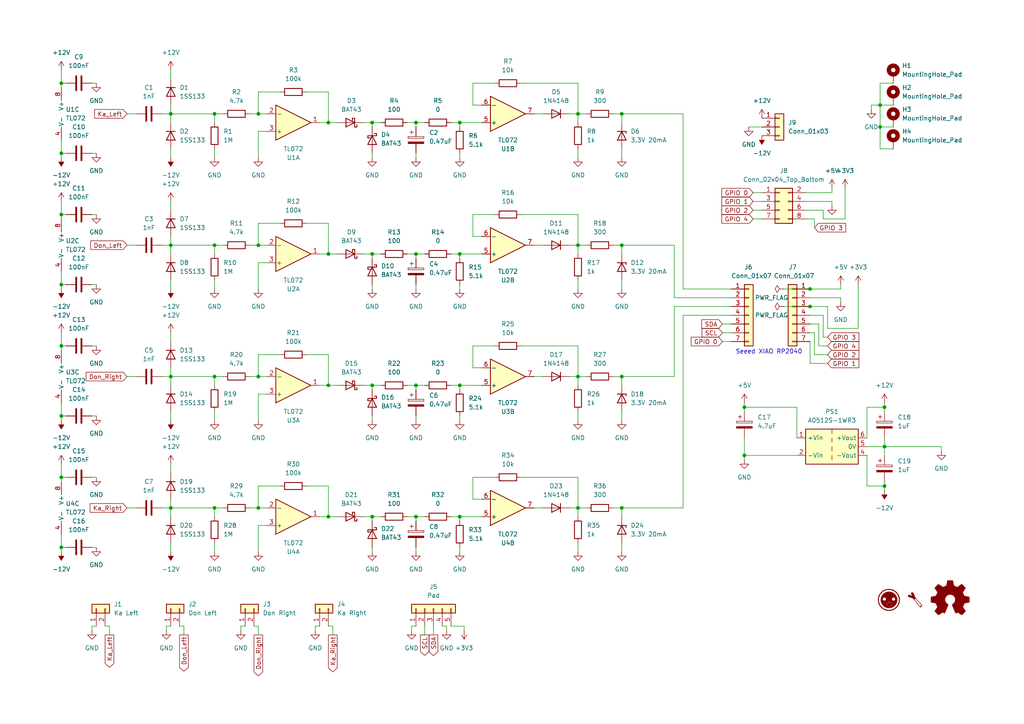
<source format=kicad_sch>
(kicad_sch (version 20230409) (generator eeschema)
  (paper "A4")
  (title_block (title "DonCon2040") (date "2023-07-16") (rev "3") (company "ravinrabbid"))
  (junction (at 120.65 35.56))
  (junction (at 133.35 35.56))
  (junction (at 234.95 83.82))
  (junction (at 17.78 100.33))
  (junction (at 255.27 36.83))
  (junction (at 17.78 138.43))
  (junction (at 62.23 71.12))
  (junction (at 256.54 140.97))
  (junction (at 180.34 147.32))
  (junction (at 95.25 35.56))
  (junction (at 49.53 109.22))
  (junction (at 17.78 62.23))
  (junction (at 120.65 111.76))
  (junction (at 17.78 44.45))
  (junction (at 74.93 109.22))
  (junction (at 234.95 88.9))
  (junction (at 167.64 147.32))
  (junction (at 95.25 73.66))
  (junction (at 107.95 149.86))
  (junction (at 74.93 71.12))
  (junction (at 180.34 109.22))
  (junction (at 49.53 147.32))
  (junction (at 107.95 35.56))
  (junction (at 133.35 111.76))
  (junction (at 74.93 33.02))
  (junction (at 62.23 147.32))
  (junction (at 215.9 132.08))
  (junction (at 107.95 111.76))
  (junction (at 180.34 71.12))
  (junction (at 167.64 71.12))
  (junction (at 62.23 33.02))
  (junction (at 133.35 149.86))
  (junction (at 120.65 149.86))
  (junction (at 167.64 33.02))
  (junction (at 62.23 109.22))
  (junction (at 74.93 147.32))
  (junction (at 256.54 129.54))
  (junction (at 133.35 73.66))
  (junction (at 17.78 24.13))
  (junction (at 49.53 33.02))
  (junction (at 215.9 118.11))
  (junction (at 95.25 111.76))
  (junction (at 17.78 158.75))
  (junction (at 17.78 120.65))
  (junction (at 120.65 73.66))
  (junction (at 255.27 30.48))
  (junction (at 167.64 109.22))
  (junction (at 107.95 73.66))
  (junction (at 95.25 149.86))
  (junction (at 180.34 33.02))
  (junction (at 17.78 82.55))
  (junction (at 256.54 118.11))
  (junction (at 49.53 71.12))
  (wire (pts (xy 107.95 35.56) (xy 110.49 35.56)))
  (wire (pts (xy 251.46 129.54) (xy 256.54 129.54)))
  (wire (pts (xy 92.71 73.66) (xy 95.25 73.66)))
  (wire (pts (xy 151.13 24.13) (xy 167.64 24.13)))
  (wire (pts (xy 69.85 181.61) (xy 71.12 181.61)))
  (wire (pts (xy 234.95 93.98) (xy 237.49 93.98)))
  (wire (pts (xy 227.33 88.9) (xy 234.95 88.9)))
  (wire (pts (xy 49.53 71.12) (xy 49.53 73.66)))
  (wire (pts (xy 240.03 95.25) (xy 248.92 95.25)))
  (wire (pts (xy 26.67 82.55) (xy 27.94 82.55)))
  (wire (pts (xy 17.78 100.33) (xy 17.78 101.6)))
  (wire (pts (xy 167.64 109.22) (xy 165.1 109.22)))
  (wire (pts (xy 81.28 26.67) (xy 74.93 26.67)))
  (wire (pts (xy 49.53 147.32) (xy 62.23 147.32)))
  (wire (pts (xy 167.64 33.02) (xy 165.1 33.02)))
  (wire (pts (xy 180.34 119.38) (xy 180.34 121.92)))
  (wire (pts (xy 46.99 33.02) (xy 49.53 33.02)))
  (wire (pts (xy 107.95 111.76) (xy 110.49 111.76)))
  (wire (pts (xy 95.25 102.87) (xy 88.9 102.87)))
  (wire (pts (xy 26.67 24.13) (xy 27.94 24.13)))
  (wire (pts (xy 120.65 35.56) (xy 123.19 35.56)))
  (wire (pts (xy 234.95 99.06) (xy 234.95 105.41)))
  (wire (pts (xy 167.64 33.02) (xy 170.18 33.02)))
  (wire (pts (xy 233.68 58.42) (xy 241.3 58.42)))
  (wire (pts (xy 72.39 147.32) (xy 74.93 147.32)))
  (wire (pts (xy 17.78 138.43) (xy 19.05 138.43)))
  (wire (pts (xy 17.78 96.52) (xy 17.78 100.33)))
  (wire (pts (xy 233.68 55.88) (xy 241.3 55.88)))
  (wire (pts (xy 198.12 83.82) (xy 212.09 83.82)))
  (wire (pts (xy 49.53 147.32) (xy 49.53 149.86)))
  (wire (pts (xy 95.25 140.97) (xy 88.9 140.97)))
  (wire (pts (xy 256.54 118.11) (xy 256.54 119.38)))
  (wire (pts (xy 74.93 76.2) (xy 74.93 83.82)))
  (wire (pts (xy 198.12 33.02) (xy 198.12 83.82)))
  (wire (pts (xy 49.53 109.22) (xy 49.53 111.76)))
  (wire (pts (xy 36.83 109.22) (xy 39.37 109.22)))
  (wire (pts (xy 120.65 82.55) (xy 120.65 83.82)))
  (wire (pts (xy 167.64 147.32) (xy 165.1 147.32)))
  (wire (pts (xy 74.93 114.3) (xy 77.47 114.3)))
  (wire (pts (xy 107.95 73.66) (xy 110.49 73.66)))
  (wire (pts (xy 167.64 100.33) (xy 167.64 109.22)))
  (wire (pts (xy 251.46 132.08) (xy 251.46 140.97)))
  (wire (pts (xy 251.46 118.11) (xy 256.54 118.11)))
  (wire (pts (xy 26.67 158.75) (xy 27.94 158.75)))
  (wire (pts (xy 256.54 129.54) (xy 273.05 129.54)))
  (wire (pts (xy 195.58 71.12) (xy 195.58 86.36)))
  (wire (pts (xy 215.9 116.84) (xy 215.9 118.11)))
  (wire (pts (xy 120.65 35.56) (xy 120.65 36.83)))
  (wire (pts (xy 49.53 119.38) (xy 49.53 121.92)))
  (wire (pts (xy 72.39 33.02) (xy 74.93 33.02)))
  (wire (pts (xy 17.78 154.94) (xy 17.78 158.75)))
  (wire (pts (xy 133.35 149.86) (xy 133.35 151.13)))
  (wire (pts (xy 215.9 118.11) (xy 231.14 118.11)))
  (wire (pts (xy 62.23 71.12) (xy 62.23 73.66)))
  (wire (pts (xy 107.95 158.75) (xy 107.95 160.02)))
  (wire (pts (xy 137.16 100.33) (xy 137.16 106.68)))
  (wire (pts (xy 123.19 181.61) (xy 123.19 184.15)))
  (wire (pts (xy 26.67 182.88) (xy 26.67 181.61)))
  (wire (pts (xy 227.33 83.82) (xy 234.95 83.82)))
  (wire (pts (xy 95.25 35.56) (xy 97.79 35.56)))
  (wire (pts (xy 195.58 109.22) (xy 195.58 88.9)))
  (wire (pts (xy 74.93 64.77) (xy 74.93 71.12)))
  (wire (pts (xy 241.3 54.61) (xy 241.3 55.88)))
  (wire (pts (xy 74.93 76.2) (xy 77.47 76.2)))
  (wire (pts (xy 273.05 129.54) (xy 273.05 130.81)))
  (wire (pts (xy 120.65 149.86) (xy 123.19 149.86)))
  (wire (pts (xy 180.34 81.28) (xy 180.34 83.82)))
  (wire (pts (xy 48.26 181.61) (xy 49.53 181.61)))
  (wire (pts (xy 167.64 71.12) (xy 167.64 73.66)))
  (wire (pts (xy 95.25 73.66) (xy 95.25 64.77)))
  (wire (pts (xy 180.34 147.32) (xy 198.12 147.32)))
  (wire (pts (xy 167.64 138.43) (xy 167.64 147.32)))
  (wire (pts (xy 48.26 182.88) (xy 48.26 181.61)))
  (wire (pts (xy 215.9 132.08) (xy 231.14 132.08)))
  (wire (pts (xy 133.35 73.66) (xy 139.7 73.66)))
  (wire (pts (xy 81.28 102.87) (xy 74.93 102.87)))
  (wire (pts (xy 137.16 30.48) (xy 139.7 30.48)))
  (wire (pts (xy 74.93 184.15) (xy 74.93 181.61)))
  (wire (pts (xy 53.34 181.61) (xy 52.07 181.61)))
  (wire (pts (xy 120.65 73.66) (xy 123.19 73.66)))
  (wire (pts (xy 234.95 96.52) (xy 236.22 96.52)))
  (wire (pts (xy 17.78 100.33) (xy 19.05 100.33)))
  (wire (pts (xy 49.53 134.62) (xy 49.53 137.16)))
  (wire (pts (xy 133.35 35.56) (xy 133.35 36.83)))
  (wire (pts (xy 154.94 147.32) (xy 157.48 147.32)))
  (wire (pts (xy 74.93 38.1) (xy 74.93 45.72)))
  (wire (pts (xy 195.58 86.36) (xy 212.09 86.36)))
  (wire (pts (xy 17.78 116.84) (xy 17.78 120.65)))
  (wire (pts (xy 133.35 149.86) (xy 139.7 149.86)))
  (wire (pts (xy 62.23 43.18) (xy 62.23 45.72)))
  (wire (pts (xy 215.9 127) (xy 215.9 132.08)))
  (wire (pts (xy 177.8 33.02) (xy 180.34 33.02)))
  (wire (pts (xy 137.16 106.68) (xy 139.7 106.68)))
  (wire (pts (xy 134.62 181.61) (xy 130.81 181.61)))
  (wire (pts (xy 91.44 181.61) (xy 92.71 181.61)))
  (wire (pts (xy 120.65 73.66) (xy 120.65 74.93)))
  (wire (pts (xy 17.78 20.32) (xy 17.78 24.13)))
  (wire (pts (xy 234.95 105.41) (xy 240.03 105.41)))
  (wire (pts (xy 255.27 36.83) (xy 255.27 43.18)))
  (wire (pts (xy 133.35 111.76) (xy 133.35 113.03)))
  (wire (pts (xy 49.53 33.02) (xy 49.53 35.56)))
  (wire (pts (xy 133.35 73.66) (xy 133.35 74.93)))
  (wire (pts (xy 36.83 71.12) (xy 39.37 71.12)))
  (wire (pts (xy 74.93 38.1) (xy 77.47 38.1)))
  (wire (pts (xy 130.81 35.56) (xy 133.35 35.56)))
  (wire (pts (xy 74.93 140.97) (xy 74.93 147.32)))
  (wire (pts (xy 143.51 138.43) (xy 137.16 138.43)))
  (wire (pts (xy 69.85 182.88) (xy 69.85 181.61)))
  (wire (pts (xy 252.73 30.48) (xy 252.73 31.75)))
  (wire (pts (xy 105.41 149.86) (xy 107.95 149.86)))
  (wire (pts (xy 167.64 119.38) (xy 167.64 121.92)))
  (wire (pts (xy 95.25 111.76) (xy 97.79 111.76)))
  (wire (pts (xy 120.65 44.45) (xy 120.65 45.72)))
  (wire (pts (xy 72.39 109.22) (xy 74.93 109.22)))
  (wire (pts (xy 17.78 40.64) (xy 17.78 44.45)))
  (wire (pts (xy 180.34 157.48) (xy 180.34 160.02)))
  (wire (pts (xy 151.13 138.43) (xy 167.64 138.43)))
  (wire (pts (xy 26.67 181.61) (xy 27.94 181.61)))
  (wire (pts (xy 245.11 63.5) (xy 245.11 54.61)))
  (wire (pts (xy 62.23 109.22) (xy 62.23 111.76)))
  (wire (pts (xy 17.78 44.45) (xy 19.05 44.45)))
  (wire (pts (xy 238.76 60.96) (xy 238.76 63.5)))
  (wire (pts (xy 17.78 138.43) (xy 17.78 139.7)))
  (wire (pts (xy 49.53 68.58) (xy 49.53 71.12)))
  (wire (pts (xy 95.25 26.67) (xy 88.9 26.67)))
  (wire (pts (xy 218.44 55.88) (xy 220.98 55.88)))
  (wire (pts (xy 26.67 138.43) (xy 27.94 138.43)))
  (wire (pts (xy 231.14 118.11) (xy 231.14 127)))
  (wire (pts (xy 137.16 62.23) (xy 137.16 68.58)))
  (wire (pts (xy 167.64 109.22) (xy 167.64 111.76)))
  (wire (pts (xy 107.95 73.66) (xy 107.95 74.93)))
  (wire (pts (xy 177.8 147.32) (xy 180.34 147.32)))
  (wire (pts (xy 240.03 88.9) (xy 240.03 95.25)))
  (wire (pts (xy 218.44 63.5) (xy 220.98 63.5)))
  (wire (pts (xy 180.34 147.32) (xy 180.34 149.86)))
  (wire (pts (xy 81.28 64.77) (xy 74.93 64.77)))
  (wire (pts (xy 26.67 100.33) (xy 27.94 100.33)))
  (wire (pts (xy 251.46 127) (xy 251.46 118.11)))
  (wire (pts (xy 36.83 147.32) (xy 39.37 147.32)))
  (wire (pts (xy 134.62 181.61) (xy 134.62 182.88)))
  (wire (pts (xy 233.68 60.96) (xy 238.76 60.96)))
  (wire (pts (xy 233.68 63.5) (xy 236.22 63.5)))
  (wire (pts (xy 74.93 33.02) (xy 77.47 33.02)))
  (wire (pts (xy 74.93 102.87) (xy 74.93 109.22)))
  (wire (pts (xy 107.95 149.86) (xy 107.95 151.13)))
  (wire (pts (xy 137.16 138.43) (xy 137.16 144.78)))
  (wire (pts (xy 133.35 35.56) (xy 139.7 35.56)))
  (wire (pts (xy 107.95 82.55) (xy 107.95 83.82)))
  (wire (pts (xy 95.25 149.86) (xy 95.25 140.97)))
  (wire (pts (xy 49.53 144.78) (xy 49.53 147.32)))
  (wire (pts (xy 36.83 33.02) (xy 39.37 33.02)))
  (wire (pts (xy 62.23 157.48) (xy 62.23 160.02)))
  (wire (pts (xy 81.28 140.97) (xy 74.93 140.97)))
  (wire (pts (xy 167.64 157.48) (xy 167.64 160.02)))
  (wire (pts (xy 62.23 33.02) (xy 49.53 33.02)))
  (wire (pts (xy 49.53 58.42) (xy 49.53 60.96)))
  (wire (pts (xy 128.27 181.61) (xy 129.54 181.61)))
  (wire (pts (xy 107.95 111.76) (xy 107.95 113.03)))
  (wire (pts (xy 238.76 97.79) (xy 240.03 97.79)))
  (wire (pts (xy 236.22 102.87) (xy 240.03 102.87)))
  (wire (pts (xy 180.34 43.18) (xy 180.34 45.72)))
  (wire (pts (xy 237.49 93.98) (xy 237.49 100.33)))
  (wire (pts (xy 238.76 63.5) (xy 245.11 63.5)))
  (wire (pts (xy 129.54 181.61) (xy 129.54 182.88)))
  (wire (pts (xy 167.64 24.13) (xy 167.64 33.02)))
  (wire (pts (xy 17.78 158.75) (xy 17.78 160.02)))
  (wire (pts (xy 255.27 43.18) (xy 259.08 43.18)))
  (wire (pts (xy 234.95 86.36) (xy 243.84 86.36)))
  (wire (pts (xy 49.53 81.28) (xy 49.53 83.82)))
  (wire (pts (xy 17.78 134.62) (xy 17.78 138.43)))
  (wire (pts (xy 46.99 147.32) (xy 49.53 147.32)))
  (wire (pts (xy 151.13 100.33) (xy 167.64 100.33)))
  (wire (pts (xy 64.77 109.22) (xy 62.23 109.22)))
  (wire (pts (xy 62.23 109.22) (xy 49.53 109.22)))
  (wire (pts (xy 133.35 82.55) (xy 133.35 83.82)))
  (wire (pts (xy 31.75 181.61) (xy 30.48 181.61)))
  (wire (pts (xy 74.93 114.3) (xy 74.93 121.92)))
  (wire (pts (xy 17.78 78.74) (xy 17.78 82.55)))
  (wire (pts (xy 96.52 184.15) (xy 96.52 181.61)))
  (wire (pts (xy 118.11 35.56) (xy 120.65 35.56)))
  (wire (pts (xy 130.81 149.86) (xy 133.35 149.86)))
  (wire (pts (xy 107.95 120.65) (xy 107.95 121.92)))
  (wire (pts (xy 256.54 129.54) (xy 256.54 132.08)))
  (wire (pts (xy 236.22 63.5) (xy 236.22 66.04)))
  (wire (pts (xy 237.49 100.33) (xy 240.03 100.33)))
  (wire (pts (xy 118.11 111.76) (xy 120.65 111.76)))
  (wire (pts (xy 105.41 111.76) (xy 107.95 111.76)))
  (wire (pts (xy 107.95 149.86) (xy 110.49 149.86)))
  (wire (pts (xy 26.67 62.23) (xy 27.94 62.23)))
  (wire (pts (xy 167.64 81.28) (xy 167.64 83.82)))
  (wire (pts (xy 133.35 158.75) (xy 133.35 160.02)))
  (wire (pts (xy 248.92 95.25) (xy 248.92 82.55)))
  (wire (pts (xy 92.71 111.76) (xy 95.25 111.76)))
  (wire (pts (xy 26.67 120.65) (xy 27.94 120.65)))
  (wire (pts (xy 17.78 62.23) (xy 19.05 62.23)))
  (wire (pts (xy 120.65 111.76) (xy 120.65 113.03)))
  (wire (pts (xy 49.53 157.48) (xy 49.53 160.02)))
  (wire (pts (xy 252.73 30.48) (xy 255.27 30.48)))
  (wire (pts (xy 62.23 147.32) (xy 62.23 149.86)))
  (wire (pts (xy 167.64 109.22) (xy 170.18 109.22)))
  (wire (pts (xy 17.78 58.42) (xy 17.78 62.23)))
  (wire (pts (xy 234.95 83.82) (xy 243.84 83.82)))
  (wire (pts (xy 96.52 181.61) (xy 95.25 181.61)))
  (wire (pts (xy 17.78 44.45) (xy 17.78 45.72)))
  (wire (pts (xy 154.94 71.12) (xy 157.48 71.12)))
  (wire (pts (xy 133.35 44.45) (xy 133.35 45.72)))
  (wire (pts (xy 74.93 71.12) (xy 77.47 71.12)))
  (wire (pts (xy 256.54 140.97) (xy 256.54 142.24)))
  (wire (pts (xy 120.65 158.75) (xy 120.65 160.02)))
  (wire (pts (xy 49.53 20.32) (xy 49.53 22.86)))
  (wire (pts (xy 120.65 120.65) (xy 120.65 121.92)))
  (wire (pts (xy 255.27 36.83) (xy 259.08 36.83)))
  (wire (pts (xy 62.23 119.38) (xy 62.23 121.92)))
  (wire (pts (xy 17.78 82.55) (xy 19.05 82.55)))
  (wire (pts (xy 154.94 33.02) (xy 157.48 33.02)))
  (wire (pts (xy 46.99 109.22) (xy 49.53 109.22)))
  (wire (pts (xy 119.38 181.61) (xy 119.38 182.88)))
  (wire (pts (xy 259.08 30.48) (xy 255.27 30.48)))
  (wire (pts (xy 74.93 152.4) (xy 77.47 152.4)))
  (wire (pts (xy 95.25 111.76) (xy 95.25 102.87)))
  (wire (pts (xy 72.39 71.12) (xy 74.93 71.12)))
  (wire (pts (xy 243.84 83.82) (xy 243.84 82.55)))
  (wire (pts (xy 243.84 86.36) (xy 243.84 87.63)))
  (wire (pts (xy 49.53 96.52) (xy 49.53 99.06)))
  (wire (pts (xy 105.41 35.56) (xy 107.95 35.56)))
  (wire (pts (xy 91.44 182.88) (xy 91.44 181.61)))
  (wire (pts (xy 255.27 30.48) (xy 255.27 36.83)))
  (wire (pts (xy 17.78 82.55) (xy 17.78 83.82)))
  (wire (pts (xy 130.81 111.76) (xy 133.35 111.76)))
  (wire (pts (xy 212.09 96.52) (xy 209.55 96.52)))
  (wire (pts (xy 74.93 181.61) (xy 73.66 181.61)))
  (wire (pts (xy 143.51 62.23) (xy 137.16 62.23)))
  (wire (pts (xy 177.8 109.22) (xy 180.34 109.22)))
  (wire (pts (xy 17.78 24.13) (xy 17.78 25.4)))
  (wire (pts (xy 209.55 99.06) (xy 212.09 99.06)))
  (wire (pts (xy 167.64 71.12) (xy 170.18 71.12)))
  (wire (pts (xy 92.71 149.86) (xy 95.25 149.86)))
  (wire (pts (xy 95.25 149.86) (xy 97.79 149.86)))
  (wire (pts (xy 74.93 147.32) (xy 77.47 147.32)))
  (wire (pts (xy 125.73 181.61) (xy 125.73 184.15)))
  (wire (pts (xy 180.34 71.12) (xy 180.34 73.66)))
  (wire (pts (xy 46.99 71.12) (xy 49.53 71.12)))
  (wire (pts (xy 17.78 24.13) (xy 19.05 24.13)))
  (wire (pts (xy 74.93 109.22) (xy 77.47 109.22)))
  (wire (pts (xy 17.78 62.23) (xy 17.78 63.5)))
  (wire (pts (xy 180.34 33.02) (xy 180.34 35.56)))
  (wire (pts (xy 49.53 43.18) (xy 49.53 45.72)))
  (wire (pts (xy 256.54 116.84) (xy 256.54 118.11)))
  (wire (pts (xy 120.65 181.61) (xy 119.38 181.61)))
  (wire (pts (xy 107.95 35.56) (xy 107.95 36.83)))
  (wire (pts (xy 120.65 149.86) (xy 120.65 151.13)))
  (wire (pts (xy 17.78 120.65) (xy 19.05 120.65)))
  (wire (pts (xy 234.95 91.44) (xy 238.76 91.44)))
  (wire (pts (xy 137.16 144.78) (xy 139.7 144.78)))
  (wire (pts (xy 198.12 147.32) (xy 198.12 91.44)))
  (wire (pts (xy 167.64 62.23) (xy 167.64 71.12)))
  (wire (pts (xy 151.13 62.23) (xy 167.64 62.23)))
  (wire (pts (xy 120.65 111.76) (xy 123.19 111.76)))
  (wire (pts (xy 95.25 35.56) (xy 95.25 26.67)))
  (wire (pts (xy 215.9 133.35) (xy 215.9 132.08)))
  (wire (pts (xy 95.25 73.66) (xy 97.79 73.66)))
  (wire (pts (xy 133.35 111.76) (xy 139.7 111.76)))
  (wire (pts (xy 74.93 26.67) (xy 74.93 33.02)))
  (wire (pts (xy 74.93 152.4) (xy 74.93 160.02)))
  (wire (pts (xy 238.76 91.44) (xy 238.76 97.79)))
  (wire (pts (xy 49.53 30.48) (xy 49.53 33.02)))
  (wire (pts (xy 130.81 73.66) (xy 133.35 73.66)))
  (wire (pts (xy 167.64 147.32) (xy 167.64 149.86)))
  (wire (pts (xy 218.44 60.96) (xy 220.98 60.96)))
  (wire (pts (xy 218.44 58.42) (xy 220.98 58.42)))
  (wire (pts (xy 167.64 43.18) (xy 167.64 45.72)))
  (wire (pts (xy 177.8 71.12) (xy 180.34 71.12)))
  (wire (pts (xy 256.54 140.97) (xy 256.54 139.7)))
  (wire (pts (xy 62.23 71.12) (xy 49.53 71.12)))
  (wire (pts (xy 133.35 120.65) (xy 133.35 121.92)))
  (wire (pts (xy 64.77 33.02) (xy 62.23 33.02)))
  (wire (pts (xy 137.16 24.13) (xy 137.16 30.48)))
  (wire (pts (xy 251.46 140.97) (xy 256.54 140.97)))
  (wire (pts (xy 64.77 71.12) (xy 62.23 71.12)))
  (wire (pts (xy 255.27 24.13) (xy 259.08 24.13)))
  (wire (pts (xy 17.78 120.65) (xy 17.78 121.92)))
  (wire (pts (xy 95.25 64.77) (xy 88.9 64.77)))
  (wire (pts (xy 53.34 184.15) (xy 53.34 181.61)))
  (wire (pts (xy 105.41 73.66) (xy 107.95 73.66)))
  (wire (pts (xy 255.27 30.48) (xy 255.27 24.13)))
  (wire (pts (xy 143.51 100.33) (xy 137.16 100.33)))
  (wire (pts (xy 198.12 91.44) (xy 212.09 91.44)))
  (wire (pts (xy 26.67 44.45) (xy 27.94 44.45)))
  (wire (pts (xy 167.64 71.12) (xy 165.1 71.12)))
  (wire (pts (xy 31.75 184.15) (xy 31.75 181.61)))
  (wire (pts (xy 217.17 36.83) (xy 220.98 36.83)))
  (wire (pts (xy 209.55 93.98) (xy 212.09 93.98)))
  (wire (pts (xy 241.3 58.42) (xy 241.3 59.69)))
  (wire (pts (xy 154.94 109.22) (xy 157.48 109.22)))
  (wire (pts (xy 107.95 44.45) (xy 107.95 45.72)))
  (wire (pts (xy 167.64 33.02) (xy 167.64 35.56)))
  (wire (pts (xy 167.64 147.32) (xy 170.18 147.32)))
  (wire (pts (xy 62.23 33.02) (xy 62.23 35.56)))
  (wire (pts (xy 215.9 118.11) (xy 215.9 119.38)))
  (wire (pts (xy 118.11 149.86) (xy 120.65 149.86)))
  (wire (pts (xy 17.78 158.75) (xy 19.05 158.75)))
  (wire (pts (xy 92.71 35.56) (xy 95.25 35.56)))
  (wire (pts (xy 64.77 147.32) (xy 62.23 147.32)))
  (wire (pts (xy 180.34 109.22) (xy 180.34 111.76)))
  (wire (pts (xy 137.16 68.58) (xy 139.7 68.58)))
  (wire (pts (xy 180.34 71.12) (xy 195.58 71.12)))
  (wire (pts (xy 234.95 88.9) (xy 240.03 88.9)))
  (wire (pts (xy 143.51 24.13) (xy 137.16 24.13)))
  (wire (pts (xy 118.11 73.66) (xy 120.65 73.66)))
  (wire (pts (xy 62.23 81.28) (xy 62.23 83.82)))
  (wire (pts (xy 49.53 106.68) (xy 49.53 109.22)))
  (wire (pts (xy 180.34 109.22) (xy 195.58 109.22)))
  (wire (pts (xy 180.34 33.02) (xy 198.12 33.02)))
  (wire (pts (xy 256.54 127) (xy 256.54 129.54)))
  (wire (pts (xy 236.22 96.52) (xy 236.22 102.87)))
  (wire (pts (xy 195.58 88.9) (xy 212.09 88.9)))
  (text "Seeed XIAO RP2040" (exclude_from_sim yes) (at 213.36 102.87 0) (effects (font (size 1.27 1.27)) (justify left bottom)))
  (global_label "Don_Right" (shape output) (at 74.93 184.15 270) (property "Intersheetrefs" "${INTERSHEET_REFS}" (effects hide)))
  (global_label "GPIO 4" (shape input) (at 240.03 100.33 0) (property "Intersheetrefs" "${INTERSHEET_REFS}" (effects hide)))
  (global_label "SDA" (shape input) (at 209.55 93.98 180) (property "Intersheetrefs" "${INTERSHEET_REFS}" (effects hide)))
  (global_label "Don_Left" (shape output) (at 53.34 184.15 270) (property "Intersheetrefs" "${INTERSHEET_REFS}" (effects hide)))
  (global_label "GPIO 4" (shape input) (at 218.44 63.5 180) (property "Intersheetrefs" "${INTERSHEET_REFS}" (effects hide)))
  (global_label "Ka_Right" (shape input) (at 36.83 147.32 180) (property "Intersheetrefs" "${INTERSHEET_REFS}" (effects hide)))
  (global_label "Ka_Right" (shape output) (at 96.52 184.15 270) (property "Intersheetrefs" "${INTERSHEET_REFS}" (effects hide)))
  (global_label "GPIO 2" (shape input) (at 240.03 102.87 0) (property "Intersheetrefs" "${INTERSHEET_REFS}" (effects hide)))
  (global_label "GPIO 3" (shape input) (at 236.22 66.04 0) (property "Intersheetrefs" "${INTERSHEET_REFS}" (effects hide)))
  (global_label "Don_Left" (shape input) (at 36.83 71.12 180) (property "Intersheetrefs" "${INTERSHEET_REFS}" (effects hide)))
  (global_label "GPIO 1" (shape input) (at 218.44 58.42 180) (property "Intersheetrefs" "${INTERSHEET_REFS}" (effects hide)))
  (global_label "Ka_Left" (shape output) (at 31.75 184.15 270) (property "Intersheetrefs" "${INTERSHEET_REFS}" (effects hide)))
  (global_label "SDA" (shape output) (at 125.73 184.15 270) (property "Intersheetrefs" "${INTERSHEET_REFS}" (effects hide)))
  (global_label "GPIO 0" (shape input) (at 218.44 55.88 180) (property "Intersheetrefs" "${INTERSHEET_REFS}" (effects hide)))
  (global_label "GPIO 0" (shape input) (at 209.55 99.06 180) (property "Intersheetrefs" "${INTERSHEET_REFS}" (effects hide)))
  (global_label "GPIO 2" (shape input) (at 218.44 60.96 180) (property "Intersheetrefs" "${INTERSHEET_REFS}" (effects hide)))
  (global_label "Ka_Left" (shape input) (at 36.83 33.02 180) (property "Intersheetrefs" "${INTERSHEET_REFS}" (effects hide)))
  (global_label "SCL" (shape input) (at 209.55 96.52 180) (property "Intersheetrefs" "${INTERSHEET_REFS}" (effects hide)))
  (global_label "GPIO 3" (shape input) (at 240.03 97.79 0) (property "Intersheetrefs" "${INTERSHEET_REFS}" (effects hide)))
  (global_label "SCL" (shape output) (at 123.19 184.15 270) (property "Intersheetrefs" "${INTERSHEET_REFS}" (effects hide)))
  (global_label "Don_Right" (shape input) (at 36.83 109.22 180) (property "Intersheetrefs" "${INTERSHEET_REFS}" (effects hide)))
  (global_label "GPIO 1" (shape input) (at 240.03 105.41 0) (property "Intersheetrefs" "${INTERSHEET_REFS}" (effects hide)))
  (symbol (lib_id "power:GND") (at 180.34 83.82 0) (unit 1)
    (property "Reference" "#PWR022" (effects hide))
    (property "Value" "GND" (at 180.34 88.9 0))
  )
  (symbol (lib_id "Diode:1N4148") (at 49.53 102.87 270) (unit 1)
    (property "Reference" "D13" (at 52.07 101.6 90) (effects (justify left)))
    (property "Value" "1SS133" (at 52.07 104.14 90) (effects (justify left)))
    (property "Footprint" "Diode_THT:D_DO-35_SOD27_P7.62mm_Horizontal" (effects hide))
    (property "Datasheet" "https://assets.nexperia.com/documents/data-sheet/1N4148_1N4448.pdf" (effects hide))
    (property "Sim.Device" "D" (effects hide))
    (property "Sim.Pins" "1=K 2=A" (effects hide))
  )
  (symbol (lib_id "power:GND") (at 243.84 87.63 0) (unit 1)
    (property "Reference" "#PWR061" (effects hide))
    (property "Value" "GND" (at 243.84 92.71 0))
  )
  (symbol (lib_id "Mechanical:MountingHole_Pad") (at 259.08 27.94 0) (unit 1)
    (property "Reference" "H2" (at 261.62 25.4 0) (effects (justify left)))
    (property "Value" "MountingHole_Pad" (at 261.62 27.94 0) (effects (justify left)))
    (property "Footprint" "MountingHole:MountingHole_4.5mm_Pad_TopOnly" (effects hide))
  )
  (symbol (lib_id "Device:R") (at 167.64 39.37 180) (unit 1)
    (property "Reference" "R8" (at 170.18 38.1 0) (effects (justify right)))
    (property "Value" "1k" (at 170.18 40.64 0) (effects (justify right)))
    (property "Footprint" "Resistor_THT:R_Axial_DIN0207_L6.3mm_D2.5mm_P7.62mm_Horizontal" (effects hide))
  )
  (symbol (lib_id "power:GND") (at 180.34 45.72 0) (unit 1)
    (property "Reference" "#PWR011" (effects hide))
    (property "Value" "GND" (at 180.34 50.8 0))
  )
  (symbol (lib_id "power:GND") (at 215.9 133.35 0) (unit 1)
    (property "Reference" "#PWR064" (effects hide))
    (property "Value" "GND" (at 215.9 138.43 0))
  )
  (symbol (lib_id "power:PWR_FLAG") (at 227.33 83.82 90) (unit 1)
    (property "Reference" "#FLG01" (effects hide))
    (property "Value" "PWR_FLAG" (at 228.6 86.36 90) (effects (justify left)))
  )
  (symbol (lib_id "CustomLogos:Leek") (at 265.43 173.99 0) (unit 1) (in_bom no) (on_board no)
    (property "Reference" "#SYM3" (effects hide))
    (property "Value" "Leek" (effects hide))
    (property "Sim.Enable" "0" (effects hide))
  )
  (symbol (lib_id "power:+12V") (at 49.53 96.52 0) (unit 1)
    (property "Reference" "#PWR025" (effects hide))
    (property "Value" "+12V" (at 49.53 91.44 0))
  )
  (symbol (lib_id "power:GND") (at 120.65 83.82 0) (unit 1)
    (property "Reference" "#PWR019" (effects hide))
    (property "Value" "GND" (at 120.65 88.9 0))
  )
  (symbol (lib_id "power:+3V3") (at 134.62 182.88 180) (unit 1)
    (property "Reference" "#PWR058" (effects hide))
    (property "Value" "+3V3" (at 134.62 187.96 0))
  )
  (symbol (lib_id "power:GND") (at 69.85 182.88 0) (unit 1)
    (property "Reference" "#PWR055" (effects hide))
    (property "Value" "GND" (at 69.85 187.96 0))
  )
  (symbol (lib_id "power:+5V") (at 215.9 116.84 0) (unit 1)
    (property "Reference" "#PWR062" (effects hide))
    (property "Value" "+5V" (at 215.9 111.76 0))
  )
  (symbol (lib_id "Device:R") (at 85.09 26.67 90) (unit 1)
    (property "Reference" "R3" (at 85.09 20.32 90))
    (property "Value" "100k" (at 85.09 22.86 90))
    (property "Footprint" "Resistor_THT:R_Axial_DIN0207_L6.3mm_D2.5mm_P7.62mm_Horizontal" (effects hide))
  )
  (symbol (lib_id "Amplifier_Operational:TL072") (at 147.32 109.22 0) (mirror x) (unit 2)
    (property "Reference" "U3" (at 147.32 119.38 0))
    (property "Value" "TL072" (at 147.32 116.84 0))
    (property "Footprint" "Package_DIP:DIP-8_W7.62mm_Socket" (effects hide))
    (property "Datasheet" "http://www.ti.com/lit/ds/symlink/tl071.pdf" (effects hide))
  )
  (symbol (lib_id "Converter_DCDC:IA0512S") (at 241.3 129.54 0) (unit 1)
    (property "Reference" "PS1" (at 241.3 119.38 0))
    (property "Value" "A0512S-1WR3" (at 241.3 121.92 0))
    (property "Footprint" "Converter_DCDC:Converter_DCDC_XP_POWER-IAxxxxS_THT" (effects hide))
    (property "Datasheet" "https://www.xppower.com/pdfs/SF_IA.pdf" (effects hide))
  )
  (symbol (lib_id "Device:R") (at 173.99 109.22 270) (unit 1)
    (property "Reference" "R27" (at 173.99 102.87 90))
    (property "Value" "300" (at 173.99 105.41 90))
    (property "Footprint" "Resistor_THT:R_Axial_DIN0207_L6.3mm_D2.5mm_P7.62mm_Horizontal" (effects hide))
  )
  (symbol (lib_id "Amplifier_Operational:TL072") (at 147.32 71.12 0) (mirror x) (unit 2)
    (property "Reference" "U2" (at 147.32 81.28 0))
    (property "Value" "TL072" (at 147.32 78.74 0))
    (property "Footprint" "Package_DIP:DIP-8_W7.62mm_Socket" (effects hide))
    (property "Datasheet" "http://www.ti.com/lit/ds/symlink/tl071.pdf" (effects hide))
  )
  (symbol (lib_id "power:GND") (at 133.35 121.92 0) (unit 1)
    (property "Reference" "#PWR031" (effects hide))
    (property "Value" "GND" (at 133.35 127 0))
  )
  (symbol (lib_id "Diode:1N4148") (at 49.53 77.47 270) (unit 1)
    (property "Reference" "D8" (at 52.07 76.2 90) (effects (justify left)))
    (property "Value" "1SS133" (at 52.07 78.74 90) (effects (justify left)))
    (property "Footprint" "Diode_THT:D_DO-35_SOD27_P7.62mm_Horizontal" (effects hide))
    (property "Datasheet" "https://assets.nexperia.com/documents/data-sheet/1N4148_1N4448.pdf" (effects hide))
    (property "Sim.Device" "D" (effects hide))
    (property "Sim.Pins" "1=K 2=A" (effects hide))
  )
  (symbol (lib_id "Connector_Generic:Conn_01x03") (at 226.06 36.83 0) (unit 1)
    (property "Reference" "J9" (at 228.6 35.56 0) (effects (justify left)))
    (property "Value" "Conn_01x03" (at 228.6 38.1 0) (effects (justify left)))
    (property "Footprint" "Connector_PinHeader_2.54mm:PinHeader_1x03_P2.54mm_Vertical" (effects hide))
  )
  (symbol (lib_id "Device:R") (at 68.58 71.12 270) (unit 1)
    (property "Reference" "R11" (at 68.58 64.77 90))
    (property "Value" "4.7k" (at 68.58 67.31 90))
    (property "Footprint" "Resistor_THT:R_Axial_DIN0207_L6.3mm_D2.5mm_P7.62mm_Horizontal" (effects hide))
  )
  (symbol (lib_id "power:GND") (at 62.23 160.02 0) (unit 1)
    (property "Reference" "#PWR038" (effects hide))
    (property "Value" "GND" (at 62.23 165.1 0))
  )
  (symbol (lib_id "power:GND") (at 133.35 45.72 0) (unit 1)
    (property "Reference" "#PWR09" (effects hide))
    (property "Value" "GND" (at 133.35 50.8 0))
  )
  (symbol (lib_id "Diode:1N4148") (at 49.53 39.37 270) (unit 1)
    (property "Reference" "D2" (at 52.07 38.1 90) (effects (justify left)))
    (property "Value" "1SS133" (at 52.07 40.64 90) (effects (justify left)))
    (property "Footprint" "Diode_THT:D_DO-35_SOD27_P7.62mm_Horizontal" (effects hide))
    (property "Datasheet" "https://assets.nexperia.com/documents/data-sheet/1N4148_1N4448.pdf" (effects hide))
    (property "Sim.Device" "D" (effects hide))
    (property "Sim.Pins" "1=K 2=A" (effects hide))
  )
  (symbol (lib_id "Device:R") (at 85.09 64.77 90) (unit 1)
    (property "Reference" "R12" (at 85.09 58.42 90))
    (property "Value" "100k" (at 85.09 60.96 90))
    (property "Footprint" "Resistor_THT:R_Axial_DIN0207_L6.3mm_D2.5mm_P7.62mm_Horizontal" (effects hide))
  )
  (symbol (lib_id "Amplifier_Operational:TL072") (at 85.09 149.86 0) (mirror x) (unit 1)
    (property "Reference" "U4" (at 85.09 160.02 0))
    (property "Value" "TL072" (at 85.09 157.48 0))
    (property "Footprint" "Package_DIP:DIP-8_W7.62mm_Socket" (effects hide))
    (property "Datasheet" "http://www.ti.com/lit/ds/symlink/tl071.pdf" (effects hide))
  )
  (symbol (lib_id "power:GND") (at 241.3 59.69 0) (unit 1)
    (property "Reference" "#PWR070" (effects hide))
    (property "Value" "GND" (effects hide))
  )
  (symbol (lib_id "Diode:1N4148") (at 161.29 109.22 180) (unit 1)
    (property "Reference" "D17" (at 161.29 102.87 0))
    (property "Value" "1N4148" (at 161.29 105.41 0))
    (property "Footprint" "Diode_THT:D_DO-35_SOD27_P7.62mm_Horizontal" (effects hide))
    (property "Datasheet" "https://assets.nexperia.com/documents/data-sheet/1N4148_1N4448.pdf" (effects hide))
    (property "Sim.Device" "D" (effects hide))
    (property "Sim.Pins" "1=K 2=A" (effects hide))
  )
  (symbol (lib_id "power:GND") (at 62.23 83.82 0) (unit 1)
    (property "Reference" "#PWR016" (effects hide))
    (property "Value" "GND" (at 62.23 88.9 0))
  )
  (symbol (lib_id "Connector_Generic:Conn_01x07") (at 217.17 91.44 0) (unit 1)
    (property "Reference" "J6" (at 215.9 77.47 0) (effects (justify left)))
    (property "Value" "Conn_01x07" (at 212.09 80.01 0) (effects (justify left)))
    (property "Footprint" "Connector_PinSocket_2.54mm:PinSocket_1x07_P2.54mm_Vertical" (effects hide))
  )
  (symbol (lib_id "Device:C") (at 22.86 100.33 90) (unit 1)
    (property "Reference" "C13" (at 22.86 92.71 90))
    (property "Value" "100nF" (at 22.86 95.25 90))
    (property "Footprint" "Capacitor_THT:C_Disc_D3.8mm_W2.6mm_P2.50mm" (effects hide))
  )
  (symbol (lib_id "Device:R") (at 133.35 40.64 180) (unit 1)
    (property "Reference" "R6" (at 135.89 39.37 0) (effects (justify right)))
    (property "Value" "5.1k" (at 135.89 41.91 0) (effects (justify right)))
    (property "Footprint" "Resistor_THT:R_Axial_DIN0207_L6.3mm_D2.5mm_P7.62mm_Horizontal" (effects hide))
  )
  (symbol (lib_id "power:-12V") (at 49.53 121.92 180) (unit 1)
    (property "Reference" "#PWR026" (effects hide))
    (property "Value" "-12V" (at 49.53 127 0))
  )
  (symbol (lib_id "Device:R") (at 68.58 109.22 270) (unit 1)
    (property "Reference" "R20" (at 68.58 102.87 90))
    (property "Value" "4.7k" (at 68.58 105.41 90))
    (property "Footprint" "Resistor_THT:R_Axial_DIN0207_L6.3mm_D2.5mm_P7.62mm_Horizontal" (effects hide))
  )
  (symbol (lib_id "Device:C_Polarized") (at 256.54 135.89 0) (unit 1)
    (property "Reference" "C19" (at 260.35 133.731 0) (effects (justify left)))
    (property "Value" "1uF" (at 260.35 136.271 0) (effects (justify left)))
    (property "Footprint" "Capacitor_THT:CP_Radial_D5.0mm_P2.00mm" (effects hide))
  )
  (symbol (lib_id "power:GND") (at 120.65 121.92 0) (unit 1)
    (property "Reference" "#PWR030" (effects hide))
    (property "Value" "GND" (at 120.65 127 0))
  )
  (symbol (lib_id "power:GND") (at 74.93 160.02 0) (unit 1)
    (property "Reference" "#PWR039" (effects hide))
    (property "Value" "GND" (at 74.93 165.1 0))
  )
  (symbol (lib_id "power:GND") (at 133.35 160.02 0) (unit 1)
    (property "Reference" "#PWR042" (effects hide))
    (property "Value" "GND" (at 133.35 165.1 0))
  )
  (symbol (lib_id "Connector_Generic:Conn_01x02") (at 71.12 176.53 90) (unit 1)
    (property "Reference" "J3" (at 76.2 175.26 90) (effects (justify right)))
    (property "Value" "Don Right" (at 76.2 177.8 90) (effects (justify right)))
    (property "Footprint" "Connector_JST:JST_PH_S2B-PH-K_1x02_P2.00mm_Horizontal" (effects hide))
  )
  (symbol (lib_id "Device:R") (at 167.64 77.47 180) (unit 1)
    (property "Reference" "R17" (at 170.18 76.2 0) (effects (justify right)))
    (property "Value" "1k" (at 170.18 78.74 0) (effects (justify right)))
    (property "Footprint" "Resistor_THT:R_Axial_DIN0207_L6.3mm_D2.5mm_P7.62mm_Horizontal" (effects hide))
  )
  (symbol (lib_id "power:GND") (at 62.23 121.92 0) (unit 1)
    (property "Reference" "#PWR027" (effects hide))
    (property "Value" "GND" (at 62.23 127 0))
  )
  (symbol (lib_id "power:-12V") (at 49.53 160.02 180) (unit 1)
    (property "Reference" "#PWR037" (effects hide))
    (property "Value" "-12V" (at 49.53 165.1 0))
  )
  (symbol (lib_id "Device:R") (at 147.32 62.23 90) (unit 1)
    (property "Reference" "R16" (at 147.32 55.88 90))
    (property "Value" "10k" (at 147.32 58.42 90))
    (property "Footprint" "Resistor_THT:R_Axial_DIN0207_L6.3mm_D2.5mm_P7.62mm_Horizontal" (effects hide))
  )
  (symbol (lib_id "Device:D_Zener") (at 180.34 115.57 270) (unit 1)
    (property "Reference" "D18" (at 182.88 114.3 90) (effects (justify left)))
    (property "Value" "3.3V 20mA" (at 182.88 116.84 90) (effects (justify left)))
    (property "Footprint" "Diode_THT:D_DO-35_SOD27_P7.62mm_Horizontal" (effects hide))
  )
  (symbol (lib_id "Device:C_Polarized") (at 215.9 123.19 0) (unit 1)
    (property "Reference" "C17" (at 219.71 121.031 0) (effects (justify left)))
    (property "Value" "4.7uF" (at 219.71 123.571 0) (effects (justify left)))
    (property "Footprint" "Capacitor_THT:CP_Radial_D5.0mm_P2.00mm" (effects hide))
  )
  (symbol (lib_id "Mechanical:MountingHole_Pad") (at 259.08 40.64 0) (unit 1)
    (property "Reference" "H4" (at 261.62 38.1 0) (effects (justify left)))
    (property "Value" "MountingHole_Pad" (at 261.62 40.64 0) (effects (justify left)))
    (property "Footprint" "MountingHole:MountingHole_4.5mm_Pad_TopOnly" (effects hide))
  )
  (symbol (lib_id "power:-12V") (at 49.53 45.72 180) (unit 1)
    (property "Reference" "#PWR04" (effects hide))
    (property "Value" "-12V" (at 49.53 50.8 0))
  )
  (symbol (lib_id "power:GND") (at 74.93 121.92 0) (unit 1)
    (property "Reference" "#PWR028" (effects hide))
    (property "Value" "GND" (at 74.93 127 0))
  )
  (symbol (lib_id "power:GND") (at 107.95 83.82 0) (unit 1)
    (property "Reference" "#PWR018" (effects hide))
    (property "Value" "GND" (at 107.95 88.9 0))
  )
  (symbol (lib_id "power:+3V3") (at 248.92 82.55 0) (unit 1)
    (property "Reference" "#PWR059" (effects hide))
    (property "Value" "+3V3" (at 248.92 77.47 0))
  )
  (symbol (lib_id "Diode:1N4148") (at 161.29 147.32 180) (unit 1)
    (property "Reference" "D23" (at 161.29 140.97 0))
    (property "Value" "1N4148" (at 161.29 143.51 0))
    (property "Footprint" "Diode_THT:D_DO-35_SOD27_P7.62mm_Horizontal" (effects hide))
    (property "Datasheet" "https://assets.nexperia.com/documents/data-sheet/1N4148_1N4448.pdf" (effects hide))
    (property "Sim.Device" "D" (effects hide))
    (property "Sim.Pins" "1=K 2=A" (effects hide))
  )
  (symbol (lib_id "Device:R") (at 85.09 102.87 90) (unit 1)
    (property "Reference" "R21" (at 85.09 96.52 90))
    (property "Value" "100k" (at 85.09 99.06 90))
    (property "Footprint" "Resistor_THT:R_Axial_DIN0207_L6.3mm_D2.5mm_P7.62mm_Horizontal" (effects hide))
  )
  (symbol (lib_id "Device:C") (at 22.86 120.65 90) (unit 1)
    (property "Reference" "C14" (at 22.86 113.03 90))
    (property "Value" "100nF" (at 22.86 115.57 90))
    (property "Footprint" "Capacitor_THT:C_Disc_D3.8mm_W2.6mm_P2.50mm" (effects hide))
  )
  (symbol (lib_id "power:+5V") (at 241.3 54.61 0) (unit 1)
    (property "Reference" "#PWR068" (effects hide))
    (property "Value" "+5V" (at 241.3 49.53 0))
  )
  (symbol (lib_id "Connector_Generic:Conn_01x02") (at 92.71 176.53 90) (unit 1)
    (property "Reference" "J4" (at 97.79 175.26 90) (effects (justify right)))
    (property "Value" "Ka Right" (at 97.79 177.8 90) (effects (justify right)))
    (property "Footprint" "Connector_JST:JST_PH_S2B-PH-K_1x02_P2.00mm_Horizontal" (effects hide))
  )
  (symbol (lib_id "Amplifier_Operational:TL072") (at 85.09 35.56 0) (mirror x) (unit 1)
    (property "Reference" "U1" (at 85.09 45.72 0))
    (property "Value" "TL072" (at 85.09 43.18 0))
    (property "Footprint" "Package_DIP:DIP-8_W7.62mm_Socket" (effects hide))
    (property "Datasheet" "http://www.ti.com/lit/ds/symlink/tl071.pdf" (effects hide))
  )
  (symbol (lib_id "Device:R") (at 173.99 147.32 270) (unit 1)
    (property "Reference" "R36" (at 173.99 140.97 90))
    (property "Value" "300" (at 173.99 143.51 90))
    (property "Footprint" "Resistor_THT:R_Axial_DIN0207_L6.3mm_D2.5mm_P7.62mm_Horizontal" (effects hide))
  )
  (symbol (lib_id "power:GND") (at 26.67 182.88 0) (unit 1)
    (property "Reference" "#PWR053" (effects hide))
    (property "Value" "GND" (at 26.67 187.96 0))
  )
  (symbol (lib_id "power:GND") (at 27.94 158.75 0) (unit 1)
    (property "Reference" "#PWR052" (effects hide))
    (property "Value" "GND" (at 27.94 163.83 0))
  )
  (symbol (lib_id "power:+12V") (at 49.53 134.62 0) (unit 1)
    (property "Reference" "#PWR036" (effects hide))
    (property "Value" "+12V" (at 49.53 129.54 0))
  )
  (symbol (lib_id "Device:R") (at 167.64 153.67 180) (unit 1)
    (property "Reference" "R35" (at 170.18 152.4 0) (effects (justify right)))
    (property "Value" "1k" (at 170.18 154.94 0) (effects (justify right)))
    (property "Footprint" "Resistor_THT:R_Axial_DIN0207_L6.3mm_D2.5mm_P7.62mm_Horizontal" (effects hide))
  )
  (symbol (lib_id "power:GND") (at 74.93 45.72 0) (unit 1)
    (property "Reference" "#PWR01" (effects hide))
    (property "Value" "GND" (at 74.93 50.8 0))
  )
  (symbol (lib_id "Diode:BAT46") (at 107.95 116.84 270) (unit 1)
    (property "Reference" "D16" (at 110.49 115.2525 90) (effects (justify left)))
    (property "Value" "BAT43" (at 110.49 117.7925 90) (effects (justify left)))
    (property "Footprint" "Diode_THT:D_DO-35_SOD27_P7.62mm_Horizontal" (effects hide))
    (property "Datasheet" "http://www.vishay.com/docs/85662/bat46.pdf" (effects hide))
  )
  (symbol (lib_id "Device:R") (at 68.58 147.32 270) (unit 1)
    (property "Reference" "R29" (at 68.58 140.97 90))
    (property "Value" "4.7k" (at 68.58 143.51 90))
    (property "Footprint" "Resistor_THT:R_Axial_DIN0207_L6.3mm_D2.5mm_P7.62mm_Horizontal" (effects hide))
  )
  (symbol (lib_id "power:GND") (at 133.35 83.82 0) (unit 1)
    (property "Reference" "#PWR020" (effects hide))
    (property "Value" "GND" (at 133.35 88.9 0))
  )
  (symbol (lib_id "Diode:1N4148") (at 161.29 71.12 180) (unit 1)
    (property "Reference" "D11" (at 161.29 64.77 0))
    (property "Value" "1N4148" (at 161.29 67.31 0))
    (property "Footprint" "Diode_THT:D_DO-35_SOD27_P7.62mm_Horizontal" (effects hide))
    (property "Datasheet" "https://assets.nexperia.com/documents/data-sheet/1N4148_1N4448.pdf" (effects hide))
    (property "Sim.Device" "D" (effects hide))
    (property "Sim.Pins" "1=K 2=A" (effects hide))
  )
  (symbol (lib_id "Diode:1N4148") (at 49.53 115.57 270) (unit 1)
    (property "Reference" "D14" (at 52.07 114.3 90) (effects (justify left)))
    (property "Value" "1SS133" (at 52.07 116.84 90) (effects (justify left)))
    (property "Footprint" "Diode_THT:D_DO-35_SOD27_P7.62mm_Horizontal" (effects hide))
    (property "Datasheet" "https://assets.nexperia.com/documents/data-sheet/1N4148_1N4448.pdf" (effects hide))
    (property "Sim.Device" "D" (effects hide))
    (property "Sim.Pins" "1=K 2=A" (effects hide))
  )
  (symbol (lib_id "Device:R") (at 68.58 33.02 270) (unit 1)
    (property "Reference" "R2" (at 68.58 26.67 90))
    (property "Value" "4.7k" (at 68.58 29.21 90))
    (property "Footprint" "Resistor_THT:R_Axial_DIN0207_L6.3mm_D2.5mm_P7.62mm_Horizontal" (effects hide))
  )
  (symbol (lib_id "Amplifier_Operational:TL072") (at 20.32 33.02 0) (unit 3)
    (property "Reference" "U1" (at 19.05 31.75 0) (effects (justify left)))
    (property "Value" "TL072" (at 19.05 34.29 0) (effects (justify left)))
    (property "Footprint" "Package_DIP:DIP-8_W7.62mm_Socket" (effects hide))
    (property "Datasheet" "http://www.ti.com/lit/ds/symlink/tl071.pdf" (effects hide))
  )
  (symbol (lib_id "Device:R") (at 127 35.56 90) (unit 1)
    (property "Reference" "R5" (at 127 29.21 90))
    (property "Value" "0" (at 127 31.75 90))
    (property "Footprint" "Resistor_THT:R_Axial_DIN0207_L6.3mm_D2.5mm_P7.62mm_Horizontal" (effects hide))
  )
  (symbol (lib_id "Connector_Generic:Conn_01x02") (at 49.53 176.53 90) (unit 1)
    (property "Reference" "J2" (at 54.61 175.26 90) (effects (justify right)))
    (property "Value" "Don Left" (at 54.61 177.8 90) (effects (justify right)))
    (property "Footprint" "Connector_JST:JST_PH_S2B-PH-K_1x02_P2.00mm_Horizontal" (effects hide))
  )
  (symbol (lib_id "power:GND") (at 167.64 121.92 0) (unit 1)
    (property "Reference" "#PWR032" (effects hide))
    (property "Value" "GND" (at 167.64 127 0))
  )
  (symbol (lib_id "Device:R") (at 147.32 100.33 90) (unit 1)
    (property "Reference" "R25" (at 147.32 93.98 90))
    (property "Value" "10k" (at 147.32 96.52 90))
    (property "Footprint" "Resistor_THT:R_Axial_DIN0207_L6.3mm_D2.5mm_P7.62mm_Horizontal" (effects hide))
  )
  (symbol (lib_id "Connector_Generic:Conn_01x07") (at 229.87 91.44 0) (mirror y) (unit 1)
    (property "Reference" "J7" (at 231.14 77.47 0) (effects (justify left)))
    (property "Value" "Conn_01x07" (at 236.22 80.01 0) (effects (justify left)))
    (property "Footprint" "Connector_PinSocket_2.54mm:PinSocket_1x07_P2.54mm_Vertical" (effects hide))
  )
  (symbol (lib_id "Device:R") (at 114.3 111.76 90) (unit 1)
    (property "Reference" "R22" (at 114.3 105.41 90))
    (property "Value" "100" (at 114.3 107.95 90))
    (property "Footprint" "Resistor_THT:R_Axial_DIN0207_L6.3mm_D2.5mm_P7.62mm_Horizontal" (effects hide))
  )
  (symbol (lib_id "Diode:1N4148") (at 49.53 140.97 270) (unit 1)
    (property "Reference" "D19" (at 52.07 139.7 90) (effects (justify left)))
    (property "Value" "1SS133" (at 52.07 142.24 90) (effects (justify left)))
    (property "Footprint" "Diode_THT:D_DO-35_SOD27_P7.62mm_Horizontal" (effects hide))
    (property "Datasheet" "https://assets.nexperia.com/documents/data-sheet/1N4148_1N4448.pdf" (effects hide))
    (property "Sim.Device" "D" (effects hide))
    (property "Sim.Pins" "1=K 2=A" (effects hide))
  )
  (symbol (lib_id "Device:R") (at 114.3 35.56 90) (unit 1)
    (property "Reference" "R4" (at 114.3 29.21 90))
    (property "Value" "100" (at 114.3 31.75 90))
    (property "Footprint" "Resistor_THT:R_Axial_DIN0207_L6.3mm_D2.5mm_P7.62mm_Horizontal" (effects hide))
  )
  (symbol (lib_id "Amplifier_Operational:TL072") (at 20.32 147.32 0) (unit 3)
    (property "Reference" "U4" (at 19.05 146.05 0) (effects (justify left)))
    (property "Value" "TL072" (at 19.05 148.59 0) (effects (justify left)))
    (property "Footprint" "Package_DIP:DIP-8_W7.62mm_Socket" (effects hide))
    (property "Datasheet" "http://www.ti.com/lit/ds/symlink/tl071.pdf" (effects hide))
  )
  (symbol (lib_id "power:+12V") (at 17.78 134.62 0) (unit 1)
    (property "Reference" "#PWR034" (effects hide))
    (property "Value" "+12V" (at 17.78 129.54 0))
  )
  (symbol (lib_id "Device:D_Zener") (at 180.34 153.67 270) (unit 1)
    (property "Reference" "D24" (at 182.88 152.4 90) (effects (justify left)))
    (property "Value" "3.3V 20mA" (at 182.88 154.94 90) (effects (justify left)))
    (property "Footprint" "Diode_THT:D_DO-35_SOD27_P7.62mm_Horizontal" (effects hide))
  )
  (symbol (lib_id "Diode:1N4148") (at 49.53 26.67 270) (unit 1)
    (property "Reference" "D1" (at 52.07 25.4 90) (effects (justify left)))
    (property "Value" "1SS133" (at 52.07 27.94 90) (effects (justify left)))
    (property "Footprint" "Diode_THT:D_DO-35_SOD27_P7.62mm_Horizontal" (effects hide))
    (property "Datasheet" "https://assets.nexperia.com/documents/data-sheet/1N4148_1N4448.pdf" (effects hide))
    (property "Sim.Device" "D" (effects hide))
    (property "Sim.Pins" "1=K 2=A" (effects hide))
  )
  (symbol (lib_id "Device:R") (at 62.23 39.37 0) (unit 1)
    (property "Reference" "R1" (at 64.77 38.1 0) (effects (justify left)))
    (property "Value" "1M" (at 64.77 40.64 0) (effects (justify left)))
    (property "Footprint" "Resistor_THT:R_Axial_DIN0207_L6.3mm_D2.5mm_P7.62mm_Horizontal" (effects hide))
  )
  (symbol (lib_id "Device:C") (at 43.18 33.02 90) (unit 1)
    (property "Reference" "C1" (at 43.18 25.4 90))
    (property "Value" "1nF" (at 43.18 27.94 90))
    (property "Footprint" "Capacitor_THT:C_Rect_L7.0mm_W3.5mm_P5.00mm" (effects hide))
  )
  (symbol (lib_id "power:GND") (at 27.94 138.43 0) (unit 1)
    (property "Reference" "#PWR051" (effects hide))
    (property "Value" "GND" (at 27.94 143.51 0))
  )
  (symbol (lib_id "Device:C") (at 43.18 147.32 90) (unit 1)
    (property "Reference" "C7" (at 43.18 139.7 90))
    (property "Value" "1nF" (at 43.18 142.24 90))
    (property "Footprint" "Capacitor_THT:C_Rect_L7.0mm_W3.5mm_P5.00mm" (effects hide))
  )
  (symbol (lib_id "Device:R") (at 133.35 154.94 180) (unit 1)
    (property "Reference" "R33" (at 135.89 153.67 0) (effects (justify right)))
    (property "Value" "5.1k" (at 135.89 156.21 0) (effects (justify right)))
    (property "Footprint" "Resistor_THT:R_Axial_DIN0207_L6.3mm_D2.5mm_P7.62mm_Horizontal" (effects hide))
  )
  (symbol (lib_id "Diode:BAT46") (at 107.95 78.74 270) (unit 1)
    (property "Reference" "D10" (at 110.49 77.1525 90) (effects (justify left)))
    (property "Value" "BAT43" (at 110.49 79.6925 90) (effects (justify left)))
    (property "Footprint" "Diode_THT:D_DO-35_SOD27_P7.62mm_Horizontal" (effects hide))
    (property "Datasheet" "http://www.vishay.com/docs/85662/bat46.pdf" (effects hide))
  )
  (symbol (lib_id "power:GND") (at 120.65 45.72 0) (unit 1)
    (property "Reference" "#PWR08" (effects hide))
    (property "Value" "GND" (at 120.65 50.8 0))
  )
  (symbol (lib_id "power:GND") (at 129.54 182.88 0) (unit 1)
    (property "Reference" "#PWR069" (effects hide))
    (property "Value" "GND" (at 129.54 187.96 0))
  )
  (symbol (lib_id "power:-12V") (at 17.78 45.72 180) (unit 1)
    (property "Reference" "#PWR06" (effects hide))
    (property "Value" "-12V" (at 17.78 50.8 0))
  )
  (symbol (lib_id "power:GND") (at 180.34 160.02 0) (unit 1)
    (property "Reference" "#PWR044" (effects hide))
    (property "Value" "GND" (at 180.34 165.1 0))
  )
  (symbol (lib_id "Device:C") (at 22.86 138.43 90) (unit 1)
    (property "Reference" "C15" (at 22.86 130.81 90))
    (property "Value" "100nF" (at 22.86 133.35 90))
    (property "Footprint" "Capacitor_THT:C_Disc_D3.8mm_W2.6mm_P2.50mm" (effects hide))
  )
  (symbol (lib_id "power:-12V") (at 17.78 83.82 180) (unit 1)
    (property "Reference" "#PWR013" (effects hide))
    (property "Value" "-12V" (at 17.78 88.9 0))
  )
  (symbol (lib_id "power:GND") (at 27.94 62.23 0) (unit 1)
    (property "Reference" "#PWR047" (effects hide))
    (property "Value" "GND" (at 27.94 67.31 0))
  )
  (symbol (lib_id "power:-12V") (at 220.98 39.37 180) (unit 1)
    (property "Reference" "#PWR072" (effects hide))
    (property "Value" "-12V" (at 220.98 44.45 0))
  )
  (symbol (lib_id "Diode:BAT46") (at 107.95 154.94 270) (unit 1)
    (property "Reference" "D22" (at 110.49 153.3525 90) (effects (justify left)))
    (property "Value" "BAT43" (at 110.49 155.8925 90) (effects (justify left)))
    (property "Footprint" "Diode_THT:D_DO-35_SOD27_P7.62mm_Horizontal" (effects hide))
    (property "Datasheet" "http://www.vishay.com/docs/85662/bat46.pdf" (effects hide))
  )
  (symbol (lib_id "Connector_Generic:Conn_02x04_Odd_Even") (at 226.06 58.42 0) (unit 1)
    (property "Reference" "J8" (at 227.33 49.53 0))
    (property "Value" "Conn_02x04_Top_Bottom" (at 227.33 52.07 0))
    (property "Footprint" "Connector_PinHeader_2.54mm:PinHeader_2x04_P2.54mm_Vertical" (effects hide))
  )
  (symbol (lib_id "CustomLogos:Donchan") (at 257.81 173.99 0) (unit 1) (in_bom no) (on_board no)
    (property "Reference" "#SYM2" (effects hide))
    (property "Value" "Donchan" (effects hide))
    (property "Footprint" "CustomLogos:Donchan-Logo_6.3mm_Silkscreen" (effects hide))
    (property "Sim.Enable" "0" (effects hide))
  )
  (symbol (lib_id "power:GND") (at 48.26 182.88 0) (unit 1)
    (property "Reference" "#PWR054" (effects hide))
    (property "Value" "GND" (at 48.26 187.96 0))
  )
  (symbol (lib_id "Device:R") (at 147.32 24.13 90) (unit 1)
    (property "Reference" "R7" (at 147.32 17.78 90))
    (property "Value" "10k" (at 147.32 20.32 90))
    (property "Footprint" "Resistor_THT:R_Axial_DIN0207_L6.3mm_D2.5mm_P7.62mm_Horizontal" (effects hide))
  )
  (symbol (lib_id "Diode:BAT46") (at 101.6 35.56 180) (unit 1)
    (property "Reference" "D3" (at 101.9175 29.21 0))
    (property "Value" "BAT43" (at 101.9175 31.75 0))
    (property "Footprint" "Diode_THT:D_DO-35_SOD27_P7.62mm_Horizontal" (effects hide))
    (property "Datasheet" "http://www.vishay.com/docs/85662/bat46.pdf" (effects hide))
  )
  (symbol (lib_id "Device:C_Polarized") (at 120.65 154.94 0) (unit 1)
    (property "Reference" "C8" (at 124.46 152.781 0) (effects (justify left)))
    (property "Value" "0.47uF" (at 124.46 155.321 0) (effects (justify left)))
    (property "Footprint" "Capacitor_THT:CP_Radial_Tantal_D4.5mm_P2.50mm" (effects hide))
  )
  (symbol (lib_id "Device:R") (at 133.35 116.84 180) (unit 1)
    (property "Reference" "R24" (at 135.89 115.57 0) (effects (justify right)))
    (property "Value" "5.1k" (at 135.89 118.11 0) (effects (justify right)))
    (property "Footprint" "Resistor_THT:R_Axial_DIN0207_L6.3mm_D2.5mm_P7.62mm_Horizontal" (effects hide))
  )
  (symbol (lib_id "Device:R") (at 127 73.66 90) (unit 1)
    (property "Reference" "R14" (at 127 67.31 90))
    (property "Value" "0" (at 127 69.85 90))
    (property "Footprint" "Resistor_THT:R_Axial_DIN0207_L6.3mm_D2.5mm_P7.62mm_Horizontal" (effects hide))
  )
  (symbol (lib_id "Device:C") (at 22.86 158.75 90) (unit 1)
    (property "Reference" "C16" (at 22.86 151.13 90))
    (property "Value" "100nF" (at 22.86 153.67 90))
    (property "Footprint" "Capacitor_THT:C_Disc_D3.8mm_W2.6mm_P2.50mm" (effects hide))
  )
  (symbol (lib_id "Device:R") (at 127 149.86 90) (unit 1)
    (property "Reference" "R32" (at 127 143.51 90))
    (property "Value" "0" (at 127 146.05 90))
    (property "Footprint" "Resistor_THT:R_Axial_DIN0207_L6.3mm_D2.5mm_P7.62mm_Horizontal" (effects hide))
  )
  (symbol (lib_id "Diode:BAT46") (at 101.6 111.76 180) (unit 1)
    (property "Reference" "D15" (at 101.9175 105.41 0))
    (property "Value" "BAT43" (at 101.9175 107.95 0))
    (property "Footprint" "Diode_THT:D_DO-35_SOD27_P7.62mm_Horizontal" (effects hide))
    (property "Datasheet" "http://www.vishay.com/docs/85662/bat46.pdf" (effects hide))
  )
  (symbol (lib_id "Amplifier_Operational:TL072") (at 20.32 71.12 0) (unit 3)
    (property "Reference" "U2" (at 19.05 69.85 0) (effects (justify left)))
    (property "Value" "TL072" (at 19.05 72.39 0) (effects (justify left)))
    (property "Footprint" "Package_DIP:DIP-8_W7.62mm_Socket" (effects hide))
    (property "Datasheet" "http://www.ti.com/lit/ds/symlink/tl071.pdf" (effects hide))
  )
  (symbol (lib_id "power:GND") (at 27.94 24.13 0) (unit 1)
    (property "Reference" "#PWR045" (effects hide))
    (property "Value" "GND" (at 27.94 29.21 0))
  )
  (symbol (lib_id "Connector_Generic:Conn_01x05") (at 125.73 176.53 90) (unit 1)
    (property "Reference" "J5" (at 125.73 170.18 90))
    (property "Value" "Pad" (at 125.73 172.72 90))
    (property "Footprint" "Connector_JST:JST_PH_S5B-PH-K_1x05_P2.00mm_Horizontal" (effects hide))
  )
  (symbol (lib_id "Device:R") (at 62.23 115.57 0) (unit 1)
    (property "Reference" "R19" (at 64.77 114.3 0) (effects (justify left)))
    (property "Value" "1M" (at 64.77 116.84 0) (effects (justify left)))
    (property "Footprint" "Resistor_THT:R_Axial_DIN0207_L6.3mm_D2.5mm_P7.62mm_Horizontal" (effects hide))
  )
  (symbol (lib_id "Mechanical:MountingHole_Pad") (at 259.08 21.59 0) (unit 1)
    (property "Reference" "H1" (at 261.62 19.05 0) (effects (justify left)))
    (property "Value" "MountingHole_Pad" (at 261.62 21.59 0) (effects (justify left)))
    (property "Footprint" "MountingHole:MountingHole_4.5mm_Pad_TopOnly" (effects hide))
  )
  (symbol (lib_id "Amplifier_Operational:TL072") (at 85.09 73.66 0) (mirror x) (unit 1)
    (property "Reference" "U2" (at 85.09 83.82 0))
    (property "Value" "TL072" (at 85.09 81.28 0))
    (property "Footprint" "Package_DIP:DIP-8_W7.62mm_Socket" (effects hide))
    (property "Datasheet" "http://www.ti.com/lit/ds/symlink/tl071.pdf" (effects hide))
  )
  (symbol (lib_id "Amplifier_Operational:TL072") (at 85.09 111.76 0) (mirror x) (unit 1)
    (property "Reference" "U3" (at 85.09 121.92 0))
    (property "Value" "TL072" (at 85.09 119.38 0))
    (property "Footprint" "Package_DIP:DIP-8_W7.62mm_Socket" (effects hide))
    (property "Datasheet" "http://www.ti.com/lit/ds/symlink/tl071.pdf" (effects hide))
  )
  (symbol (lib_id "Device:R") (at 173.99 33.02 270) (unit 1)
    (property "Reference" "R9" (at 173.99 26.67 90))
    (property "Value" "300" (at 173.99 29.21 90))
    (property "Footprint" "Resistor_THT:R_Axial_DIN0207_L6.3mm_D2.5mm_P7.62mm_Horizontal" (effects hide))
  )
  (symbol (lib_id "Diode:BAT46") (at 101.6 73.66 180) (unit 1)
    (property "Reference" "D9" (at 101.9175 67.31 0))
    (property "Value" "BAT43" (at 101.9175 69.85 0))
    (property "Footprint" "Diode_THT:D_DO-35_SOD27_P7.62mm_Horizontal" (effects hide))
    (property "Datasheet" "http://www.vishay.com/docs/85662/bat46.pdf" (effects hide))
  )
  (symbol (lib_id "Diode:BAT46") (at 107.95 40.64 270) (unit 1)
    (property "Reference" "D4" (at 110.49 39.0525 90) (effects (justify left)))
    (property "Value" "BAT43" (at 110.49 41.5925 90) (effects (justify left)))
    (property "Footprint" "Diode_THT:D_DO-35_SOD27_P7.62mm_Horizontal" (effects hide))
    (property "Datasheet" "http://www.vishay.com/docs/85662/bat46.pdf" (effects hide))
  )
  (symbol (lib_id "Device:R") (at 114.3 73.66 90) (unit 1)
    (property "Reference" "R13" (at 114.3 67.31 90))
    (property "Value" "100" (at 114.3 69.85 90))
    (property "Footprint" "Resistor_THT:R_Axial_DIN0207_L6.3mm_D2.5mm_P7.62mm_Horizontal" (effects hide))
  )
  (symbol (lib_id "Device:C") (at 22.86 62.23 90) (unit 1)
    (property "Reference" "C11" (at 22.86 54.61 90))
    (property "Value" "100nF" (at 22.86 57.15 90))
    (property "Footprint" "Capacitor_THT:C_Disc_D3.8mm_W2.6mm_P2.50mm" (effects hide))
  )
  (symbol (lib_id "power:GND") (at 167.64 160.02 0) (unit 1)
    (property "Reference" "#PWR043" (effects hide))
    (property "Value" "GND" (at 167.64 165.1 0))
  )
  (symbol (lib_id "Device:R") (at 127 111.76 90) (unit 1)
    (property "Reference" "R23" (at 127 105.41 90))
    (property "Value" "0" (at 127 107.95 90))
    (property "Footprint" "Resistor_THT:R_Axial_DIN0207_L6.3mm_D2.5mm_P7.62mm_Horizontal" (effects hide))
  )
  (symbol (lib_id "power:GND") (at 91.44 182.88 0) (unit 1)
    (property "Reference" "#PWR056" (effects hide))
    (property "Value" "GND" (at 91.44 187.96 0))
  )
  (symbol (lib_id "Device:C") (at 22.86 44.45 90) (unit 1)
    (property "Reference" "C10" (at 22.86 36.83 90))
    (property "Value" "100nF" (at 22.86 39.37 90))
    (property "Footprint" "Capacitor_THT:C_Disc_D3.8mm_W2.6mm_P2.50mm" (effects hide))
  )
  (symbol (lib_id "power:GND") (at 217.17 36.83 0) (unit 1)
    (property "Reference" "#PWR073" (effects hide))
    (property "Value" "GND" (at 217.17 41.91 0))
  )
  (symbol (lib_id "power:+3V3") (at 245.11 54.61 0) (unit 1)
    (property "Reference" "#PWR067" (effects hide))
    (property "Value" "+3V3" (at 245.11 49.53 0))
  )
  (symbol (lib_id "power:GND") (at 27.94 120.65 0) (unit 1)
    (property "Reference" "#PWR050" (effects hide))
    (property "Value" "GND" (at 27.94 125.73 0))
  )
  (symbol (lib_id "Diode:1N4148") (at 49.53 64.77 270) (unit 1)
    (property "Reference" "D7" (at 52.07 63.5 90) (effects (justify left)))
    (property "Value" "1SS133" (at 52.07 66.04 90) (effects (justify left)))
    (property "Footprint" "Diode_THT:D_DO-35_SOD27_P7.62mm_Horizontal" (effects hide))
    (property "Datasheet" "https://assets.nexperia.com/documents/data-sheet/1N4148_1N4448.pdf" (effects hide))
    (property "Sim.Device" "D" (effects hide))
    (property "Sim.Pins" "1=K 2=A" (effects hide))
  )
  (symbol (lib_id "power:-12V") (at 17.78 160.02 180) (unit 1)
    (property "Reference" "#PWR035" (effects hide))
    (property "Value" "-12V" (at 17.78 165.1 0))
  )
  (symbol (lib_id "power:GND") (at 27.94 82.55 0) (unit 1)
    (property "Reference" "#PWR048" (effects hide))
    (property "Value" "GND" (at 27.94 87.63 0))
  )
  (symbol (lib_id "Amplifier_Operational:TL072") (at 147.32 147.32 0) (mirror x) (unit 2)
    (property "Reference" "U4" (at 147.32 157.48 0))
    (property "Value" "TL072" (at 147.32 154.94 0))
    (property "Footprint" "Package_DIP:DIP-8_W7.62mm_Socket" (effects hide))
    (property "Datasheet" "http://www.ti.com/lit/ds/symlink/tl071.pdf" (effects hide))
  )
  (symbol (lib_id "power:PWR_FLAG") (at 227.33 88.9 90) (unit 1)
    (property "Reference" "#FLG02" (effects hide))
    (property "Value" "PWR_FLAG" (at 228.6 91.44 90) (effects (justify left)))
  )
  (symbol (lib_id "power:GND") (at 107.95 160.02 0) (unit 1)
    (property "Reference" "#PWR040" (effects hide))
    (property "Value" "GND" (at 107.95 165.1 0))
  )
  (symbol (lib_id "Device:C_Polarized") (at 256.54 123.19 0) (unit 1)
    (property "Reference" "C18" (at 260.35 121.031 0) (effects (justify left)))
    (property "Value" "1uF" (at 260.35 123.571 0) (effects (justify left)))
    (property "Footprint" "Capacitor_THT:CP_Radial_D5.0mm_P2.00mm" (effects hide))
  )
  (symbol (lib_id "Graphic:Logo_Open_Hardware_Small") (at 275.59 173.99 0) (unit 1) (in_bom no) (on_board no)
    (property "Reference" "#SYM1" (effects hide))
    (property "Value" "Logo_Open_Hardware_Small" (effects hide))
    (property "Footprint" "Symbol:OSHW-Logo2_7.3x6mm_SilkScreen" (effects hide))
    (property "Sim.Enable" "0" (effects hide))
  )
  (symbol (lib_id "power:GND") (at 74.93 83.82 0) (unit 1)
    (property "Reference" "#PWR017" (effects hide))
    (property "Value" "GND" (at 74.93 88.9 0))
  )
  (symbol (lib_id "power:GND") (at 273.05 130.81 0) (unit 1)
    (property "Reference" "#PWR063" (effects hide))
    (property "Value" "GND" (at 273.05 135.89 0))
  )
  (symbol (lib_id "Diode:1N4148") (at 49.53 153.67 270) (unit 1)
    (property "Reference" "D20" (at 52.07 152.4 90) (effects (justify left)))
    (property "Value" "1SS133" (at 52.07 154.94 90) (effects (justify left)))
    (property "Footprint" "Diode_THT:D_DO-35_SOD27_P7.62mm_Horizontal" (effects hide))
    (property "Datasheet" "https://assets.nexperia.com/documents/data-sheet/1N4148_1N4448.pdf" (effects hide))
    (property "Sim.Device" "D" (effects hide))
    (property "Sim.Pins" "1=K 2=A" (effects hide))
  )
  (symbol (lib_id "power:-12V") (at 49.53 83.82 180) (unit 1)
    (property "Reference" "#PWR015" (effects hide))
    (property "Value" "-12V" (at 49.53 88.9 0))
  )
  (symbol (lib_id "Device:R") (at 62.23 153.67 0) (unit 1)
    (property "Reference" "R28" (at 64.77 152.4 0) (effects (justify left)))
    (property "Value" "1M" (at 64.77 154.94 0) (effects (justify left)))
    (property "Footprint" "Resistor_THT:R_Axial_DIN0207_L6.3mm_D2.5mm_P7.62mm_Horizontal" (effects hide))
  )
  (symbol (lib_id "Device:R") (at 173.99 71.12 270) (unit 1)
    (property "Reference" "R18" (at 173.99 64.77 90))
    (property "Value" "300" (at 173.99 67.31 90))
    (property "Footprint" "Resistor_THT:R_Axial_DIN0207_L6.3mm_D2.5mm_P7.62mm_Horizontal" (effects hide))
  )
  (symbol (lib_id "power:GND") (at 180.34 121.92 0) (unit 1)
    (property "Reference" "#PWR033" (effects hide))
    (property "Value" "GND" (at 180.34 127 0))
  )
  (symbol (lib_id "power:GND") (at 62.23 45.72 0) (unit 1)
    (property "Reference" "#PWR02" (effects hide))
    (property "Value" "GND" (at 62.23 50.8 0))
  )
  (symbol (lib_id "power:GND") (at 107.95 121.92 0) (unit 1)
    (property "Reference" "#PWR029" (effects hide))
    (property "Value" "GND" (at 107.95 127 0))
  )
  (symbol (lib_id "Device:D_Zener") (at 180.34 39.37 270) (unit 1)
    (property "Reference" "D6" (at 182.88 38.1 90) (effects (justify left)))
    (property "Value" "3.3V 20mA" (at 182.88 40.64 90) (effects (justify left)))
    (property "Footprint" "Diode_THT:D_DO-35_SOD27_P7.62mm_Horizontal" (effects hide))
  )
  (symbol (lib_id "power:+12V") (at 17.78 20.32 0) (unit 1)
    (property "Reference" "#PWR05" (effects hide))
    (property "Value" "+12V" (at 17.78 15.24 0))
  )
  (symbol (lib_id "power:+12V") (at 49.53 20.32 0) (unit 1)
    (property "Reference" "#PWR03" (effects hide))
    (property "Value" "+12V" (at 49.53 15.24 0))
  )
  (symbol (lib_id "power:+12V") (at 49.53 58.42 0) (unit 1)
    (property "Reference" "#PWR014" (effects hide))
    (property "Value" "+12V" (at 49.53 53.34 0))
  )
  (symbol (lib_id "power:+12V") (at 17.78 96.52 0) (unit 1)
    (property "Reference" "#PWR023" (effects hide))
    (property "Value" "+12V" (at 17.78 91.44 0))
  )
  (symbol (lib_id "power:GND") (at 27.94 100.33 0) (unit 1)
    (property "Reference" "#PWR049" (effects hide))
    (property "Value" "GND" (at 27.94 105.41 0))
  )
  (symbol (lib_id "Device:C_Polarized") (at 120.65 116.84 0) (unit 1)
    (property "Reference" "C6" (at 124.46 114.681 0) (effects (justify left)))
    (property "Value" "0.47uF" (at 124.46 117.221 0) (effects (justify left)))
    (property "Footprint" "Capacitor_THT:CP_Radial_Tantal_D4.5mm_P2.50mm" (effects hide))
  )
  (symbol (lib_id "Device:R") (at 167.64 115.57 180) (unit 1)
    (property "Reference" "R26" (at 170.18 114.3 0) (effects (justify right)))
    (property "Value" "1k" (at 170.18 116.84 0) (effects (justify right)))
    (property "Footprint" "Resistor_THT:R_Axial_DIN0207_L6.3mm_D2.5mm_P7.62mm_Horizontal" (effects hide))
  )
  (symbol (lib_id "power:+5V") (at 243.84 82.55 0) (unit 1)
    (property "Reference" "#PWR060" (effects hide))
    (property "Value" "+5V" (at 243.84 77.47 0))
  )
  (symbol (lib_id "power:GND") (at 120.65 160.02 0) (unit 1)
    (property "Reference" "#PWR041" (effects hide))
    (property "Value" "GND" (at 120.65 165.1 0))
  )
  (symbol (lib_id "power:GND") (at 107.95 45.72 0) (unit 1)
    (property "Reference" "#PWR07" (effects hide))
    (property "Value" "GND" (at 107.95 50.8 0))
  )
  (symbol (lib_id "Diode:1N4148") (at 161.29 33.02 180) (unit 1)
    (property "Reference" "D5" (at 161.29 26.67 0))
    (property "Value" "1N4148" (at 161.29 29.21 0))
    (property "Footprint" "Diode_THT:D_DO-35_SOD27_P7.62mm_Horizontal" (effects hide))
    (property "Datasheet" "https://assets.nexperia.com/documents/data-sheet/1N4148_1N4448.pdf" (effects hide))
    (property "Sim.Device" "D" (effects hide))
    (property "Sim.Pins" "1=K 2=A" (effects hide))
  )
  (symbol (lib_id "power:+12V") (at 220.98 34.29 0) (unit 1)
    (property "Reference" "#PWR071" (effects hide))
    (property "Value" "+12V" (at 220.98 29.21 0))
  )
  (symbol (lib_id "power:GND") (at 167.64 45.72 0) (unit 1)
    (property "Reference" "#PWR010" (effects hide))
    (property "Value" "GND" (at 167.64 50.8 0))
  )
  (symbol (lib_id "power:GND") (at 119.38 182.88 0) (unit 1)
    (property "Reference" "#PWR057" (effects hide))
    (property "Value" "GND" (at 119.38 187.96 0))
  )
  (symbol (lib_id "Device:R") (at 133.35 78.74 180) (unit 1)
    (property "Reference" "R15" (at 135.89 77.47 0) (effects (justify right)))
    (property "Value" "5.1k" (at 135.89 80.01 0) (effects (justify right)))
    (property "Footprint" "Resistor_THT:R_Axial_DIN0207_L6.3mm_D2.5mm_P7.62mm_Horizontal" (effects hide))
  )
  (symbol (lib_id "power:-12V") (at 256.54 142.24 180) (unit 1)
    (property "Reference" "#PWR066" (effects hide))
    (property "Value" "-12V" (at 256.54 147.32 0))
  )
  (symbol (lib_id "Device:C") (at 22.86 82.55 90) (unit 1)
    (property "Reference" "C12" (at 22.86 74.93 90))
    (property "Value" "100nF" (at 22.86 77.47 90))
    (property "Footprint" "Capacitor_THT:C_Disc_D3.8mm_W2.6mm_P2.50mm" (effects hide))
  )
  (symbol (lib_id "Device:R") (at 85.09 140.97 90) (unit 1)
    (property "Reference" "R30" (at 85.09 134.62 90))
    (property "Value" "100k" (at 85.09 137.16 90))
    (property "Footprint" "Resistor_THT:R_Axial_DIN0207_L6.3mm_D2.5mm_P7.62mm_Horizontal" (effects hide))
  )
  (symbol (lib_id "Device:C") (at 43.18 109.22 90) (unit 1)
    (property "Reference" "C5" (at 43.18 101.6 90))
    (property "Value" "1nF" (at 43.18 104.14 90))
    (property "Footprint" "Capacitor_THT:C_Rect_L7.0mm_W3.5mm_P5.00mm" (effects hide))
  )
  (symbol (lib_id "Connector_Generic:Conn_01x02") (at 27.94 176.53 90) (unit 1)
    (property "Reference" "J1" (at 33.02 175.26 90) (effects (justify right)))
    (property "Value" "Ka Left" (at 33.02 177.8 90) (effects (justify right)))
    (property "Footprint" "Connector_JST:JST_PH_S2B-PH-K_1x02_P2.00mm_Horizontal" (effects hide))
  )
  (symbol (lib_id "Mechanical:MountingHole_Pad") (at 259.08 34.29 0) (unit 1)
    (property "Reference" "H3" (at 261.62 31.75 0) (effects (justify left)))
    (property "Value" "MountingHole_Pad" (at 261.62 34.29 0) (effects (justify left)))
    (property "Footprint" "MountingHole:MountingHole_4.5mm_Pad_TopOnly" (effects hide))
  )
  (symbol (lib_id "Device:D_Zener") (at 180.34 77.47 270) (unit 1)
    (property "Reference" "D12" (at 182.88 76.2 90) (effects (justify left)))
    (property "Value" "3.3V 20mA" (at 182.88 78.74 90) (effects (justify left)))
    (property "Footprint" "Diode_THT:D_DO-35_SOD27_P7.62mm_Horizontal" (effects hide))
  )
  (symbol (lib_id "power:-12V") (at 17.78 121.92 180) (unit 1)
    (property "Reference" "#PWR024" (effects hide))
    (property "Value" "-12V" (at 17.78 127 0))
  )
  (symbol (lib_id "Diode:BAT46") (at 101.6 149.86 180) (unit 1)
    (property "Reference" "D21" (at 101.9175 143.51 0))
    (property "Value" "BAT43" (at 101.9175 146.05 0))
    (property "Footprint" "Diode_THT:D_DO-35_SOD27_P7.62mm_Horizontal" (effects hide))
    (property "Datasheet" "http://www.vishay.com/docs/85662/bat46.pdf" (effects hide))
  )
  (symbol (lib_id "power:+12V") (at 17.78 58.42 0) (unit 1)
    (property "Reference" "#PWR012" (effects hide))
    (property "Value" "+12V" (at 17.78 53.34 0))
  )
  (symbol (lib_id "Device:C_Polarized") (at 120.65 78.74 0) (unit 1)
    (property "Reference" "C4" (at 124.46 76.581 0) (effects (justify left)))
    (property "Value" "0.47uF" (at 124.46 79.121 0) (effects (justify left)))
    (property "Footprint" "Capacitor_THT:CP_Radial_Tantal_D4.5mm_P2.50mm" (effects hide))
  )
  (symbol (lib_id "Device:C") (at 43.18 71.12 90) (unit 1)
    (property "Reference" "C3" (at 43.18 63.5 90))
    (property "Value" "1nF" (at 43.18 66.04 90))
    (property "Footprint" "Capacitor_THT:C_Rect_L7.0mm_W3.5mm_P5.00mm" (effects hide))
  )
  (symbol (lib_id "Device:R") (at 114.3 149.86 90) (unit 1)
    (property "Reference" "R31" (at 114.3 143.51 90))
    (property "Value" "100" (at 114.3 146.05 90))
    (property "Footprint" "Resistor_THT:R_Axial_DIN0207_L6.3mm_D2.5mm_P7.62mm_Horizontal" (effects hide))
  )
  (symbol (lib_id "power:GND") (at 27.94 44.45 0) (unit 1)
    (property "Reference" "#PWR046" (effects hide))
    (property "Value" "GND" (at 27.94 49.53 0))
  )
  (symbol (lib_id "Device:R") (at 62.23 77.47 0) (unit 1)
    (property "Reference" "R10" (at 64.77 76.2 0) (effects (justify left)))
    (property "Value" "1M" (at 64.77 78.74 0) (effects (justify left)))
    (property "Footprint" "Resistor_THT:R_Axial_DIN0207_L6.3mm_D2.5mm_P7.62mm_Horizontal" (effects hide))
  )
  (symbol (lib_id "power:+12V") (at 256.54 116.84 0) (unit 1)
    (property "Reference" "#PWR065" (effects hide))
    (property "Value" "+12V" (at 256.54 111.76 0))
  )
  (symbol (lib_id "Device:C_Polarized") (at 120.65 40.64 0) (unit 1)
    (property "Reference" "C2" (at 124.46 38.481 0) (effects (justify left)))
    (property "Value" "0.47uF" (at 124.46 41.021 0) (effects (justify left)))
    (property "Footprint" "Capacitor_THT:CP_Radial_Tantal_D4.5mm_P2.50mm" (effects hide))
  )
  (symbol (lib_id "Device:C") (at 22.86 24.13 90) (unit 1)
    (property "Reference" "C9" (at 22.86 16.51 90))
    (property "Value" "100nF" (at 22.86 19.05 90))
    (property "Footprint" "Capacitor_THT:C_Disc_D3.8mm_W2.6mm_P2.50mm" (effects hide))
  )
  (symbol (lib_id "power:GND") (at 167.64 83.82 0) (unit 1)
    (property "Reference" "#PWR021" (effects hide))
    (property "Value" "GND" (at 167.64 88.9 0))
  )
  (symbol (lib_id "Amplifier_Operational:TL072") (at 20.32 109.22 0) (unit 3)
    (property "Reference" "U3" (at 19.05 107.95 0) (effects (justify left)))
    (property "Value" "TL072" (at 19.05 110.49 0) (effects (justify left)))
    (property "Footprint" "Package_DIP:DIP-8_W7.62mm_Socket" (effects hide))
    (property "Datasheet" "http://www.ti.com/lit/ds/symlink/tl071.pdf" (effects hide))
  )
  (symbol (lib_id "Device:R") (at 147.32 138.43 90) (unit 1)
    (property "Reference" "R34" (at 147.32 132.08 90))
    (property "Value" "10k" (at 147.32 134.62 90))
    (property "Footprint" "Resistor_THT:R_Axial_DIN0207_L6.3mm_D2.5mm_P7.62mm_Horizontal" (effects hide))
  )
  (symbol (lib_id "power:GND") (at 252.73 31.75 0) (unit 1)
    (property "Reference" "#PWR074" (effects hide))
    (property "Value" "GND" (at 252.73 36.83 0))
  )
  (symbol (lib_id "Amplifier_Operational:TL072") (at 147.32 33.02 0) (mirror x) (unit 2)
    (property "Reference" "U1" (at 147.32 43.18 0))
    (property "Value" "TL072" (at 147.32 40.64 0))
    (property "Footprint" "Package_DIP:DIP-8_W7.62mm_Socket" (effects hide))
    (property "Datasheet" "http://www.ti.com/lit/ds/symlink/tl071.pdf" (effects hide))
  )
)
</source>
